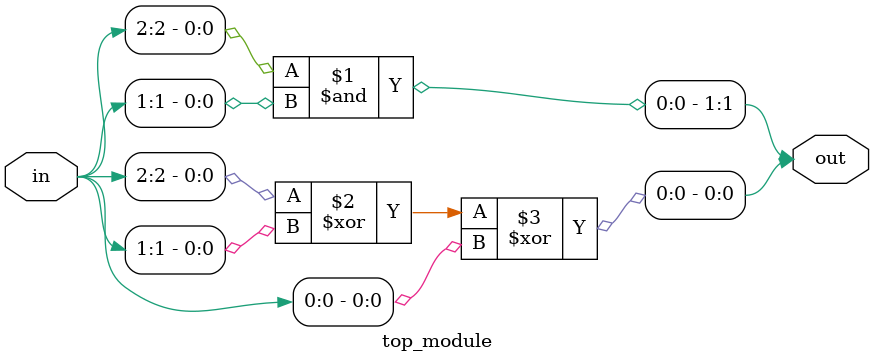
<source format=sv>
module top_module (
	input [2:0] in,
	output [1:0] out
);

	// Calculate sum
	assign out[1] = in[2] & in[1];
	assign out[0] = in[2] ^ in[1] ^ in[0];

endmodule

</source>
